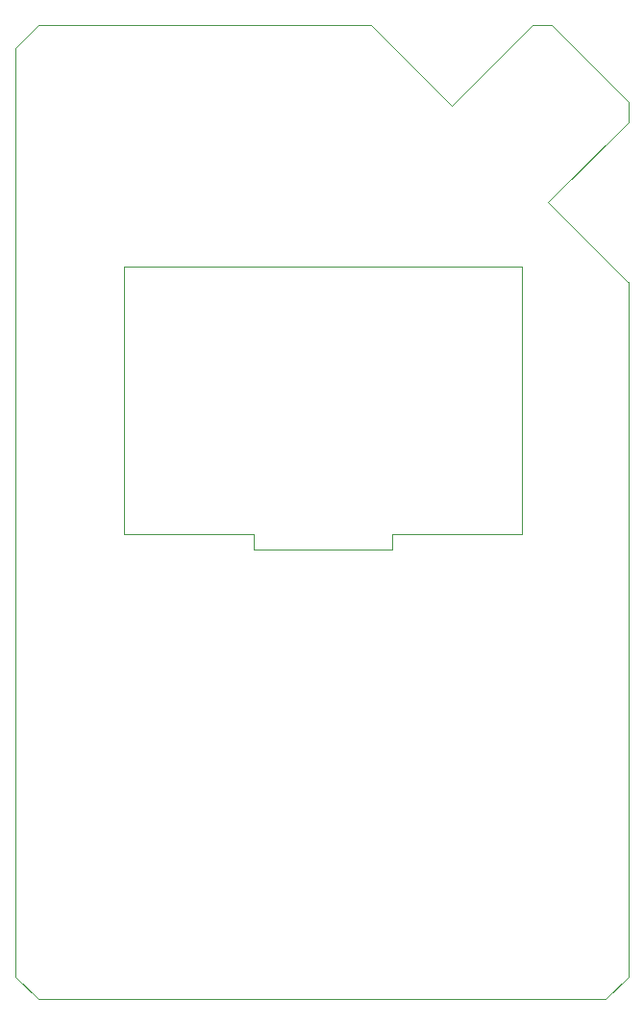
<source format=gbr>
%TF.GenerationSoftware,KiCad,Pcbnew,9.0.0*%
%TF.CreationDate,2025-08-10T17:42:25-03:00*%
%TF.ProjectId,BadgeGaroa_r2,42616467-6547-4617-926f-615f72322e6b,rev?*%
%TF.SameCoordinates,Original*%
%TF.FileFunction,Profile,NP*%
%FSLAX46Y46*%
G04 Gerber Fmt 4.6, Leading zero omitted, Abs format (unit mm)*
G04 Created by KiCad (PCBNEW 9.0.0) date 2025-08-10 17:42:25*
%MOMM*%
%LPD*%
G01*
G04 APERTURE LIST*
%TA.AperFunction,Profile*%
%ADD10C,0.050000*%
%TD*%
G04 APERTURE END LIST*
D10*
X68529200Y-35110987D02*
X66497200Y-37160200D01*
X88968013Y-35110987D02*
X68529200Y-35110987D01*
X120464013Y-118846600D02*
X118465600Y-120835987D01*
X68503800Y-120827800D02*
X66497200Y-118821200D01*
X76073000Y-56388000D02*
X111125000Y-56388000D01*
X120446800Y-43713400D02*
X113411000Y-50723800D01*
X111125000Y-79883000D02*
X99695000Y-79883000D01*
X120446800Y-57759600D02*
X120464013Y-118846600D01*
X88968013Y-35110987D02*
X97815400Y-35110987D01*
X97815400Y-35110987D02*
X104902000Y-42214800D01*
X93599000Y-81280000D02*
X87503000Y-81280000D01*
X111988600Y-35128200D02*
X113690400Y-35128200D01*
X76073000Y-79883000D02*
X76073000Y-56388000D01*
X120396000Y-57708800D02*
X120446800Y-57759600D01*
X66497200Y-57581800D02*
X66489013Y-118821200D01*
X99695000Y-81280000D02*
X99695000Y-79883000D01*
X66497200Y-57581800D02*
X66497200Y-37160200D01*
X93599000Y-81280000D02*
X99695000Y-81280000D01*
X113411000Y-50723800D02*
X120396000Y-57708800D01*
X87503000Y-81280000D02*
X87503000Y-79883000D01*
X68503800Y-120835987D02*
X118465600Y-120835987D01*
X120446800Y-41884600D02*
X120446800Y-43713400D01*
X113690400Y-35128200D02*
X120446800Y-41884600D01*
X104902000Y-42214800D02*
X111988600Y-35128200D01*
X87503000Y-79883000D02*
X76073000Y-79883000D01*
X111125000Y-56388000D02*
X111125000Y-79883000D01*
M02*

</source>
